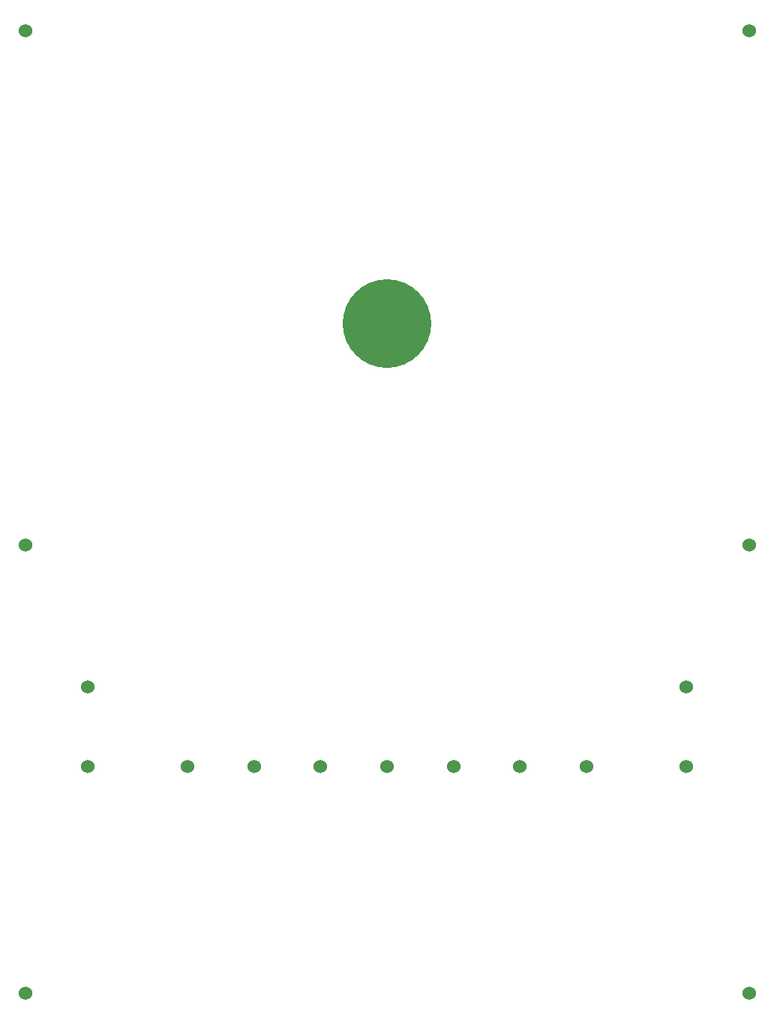
<source format=gtl>
G04 Layer_Physical_Order=1*
G04 Layer_Color=25308*
%FSLAX25Y25*%
%MOIN*%
G70*
G01*
G75*
%ADD10C,0.06000*%
%ADD11C,0.39370*%
D10*
X273622Y230315D02*
D03*
X112795Y557087D02*
D03*
X140748Y265748D02*
D03*
X434449Y129921D02*
D03*
Y328740D02*
D03*
Y557087D02*
D03*
X140748Y230315D02*
D03*
X244094D02*
D03*
X332677D02*
D03*
X303150D02*
D03*
X362205D02*
D03*
X406496D02*
D03*
Y265748D02*
D03*
X112795Y328740D02*
D03*
Y129921D02*
D03*
X185039Y230315D02*
D03*
X214567D02*
D03*
D11*
X273622Y427165D02*
D03*
M02*

</source>
